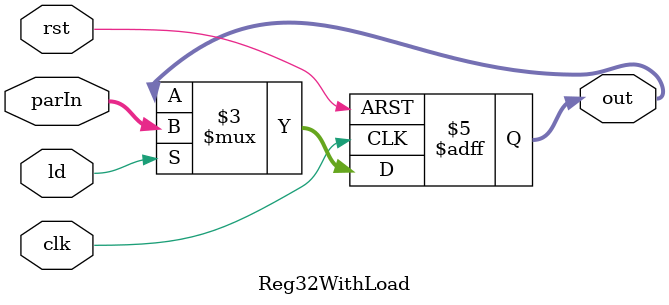
<source format=v>
module Reg32WithLoad(input[31:0] parIn , input ld,clk,rst , output reg[31:0] out);
	always@(posedge clk , posedge rst) begin
		if(rst) out <= 32'b0;
		else if(ld) out <= parIn;
		else out <= out;
	end
endmodule

</source>
